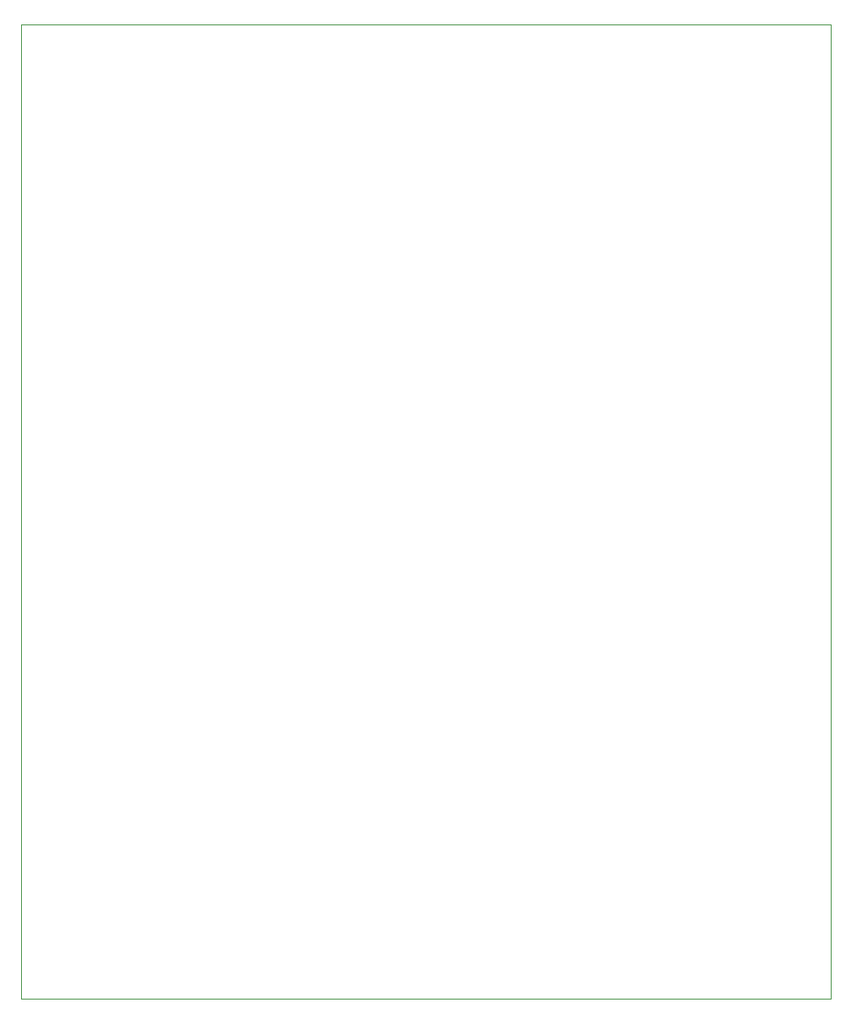
<source format=gbr>
G04 #@! TF.GenerationSoftware,KiCad,Pcbnew,5.1.4+dfsg1-1*
G04 #@! TF.CreationDate,2020-02-14T18:49:56+01:00*
G04 #@! TF.ProjectId,1_solar_bank,315f736f-6c61-4725-9f62-616e6b2e6b69,rev?*
G04 #@! TF.SameCoordinates,Original*
G04 #@! TF.FileFunction,Profile,NP*
%FSLAX46Y46*%
G04 Gerber Fmt 4.6, Leading zero omitted, Abs format (unit mm)*
G04 Created by KiCad (PCBNEW 5.1.4+dfsg1-1) date 2020-02-14 18:49:56*
%MOMM*%
%LPD*%
G04 APERTURE LIST*
%ADD10C,0.100000*%
G04 APERTURE END LIST*
D10*
X60960000Y-118110000D02*
X60960000Y-20320000D01*
X142240000Y-118110000D02*
X60960000Y-118110000D01*
X142240000Y-20320000D02*
X142240000Y-118110000D01*
X60960000Y-20320000D02*
X142240000Y-20320000D01*
M02*

</source>
